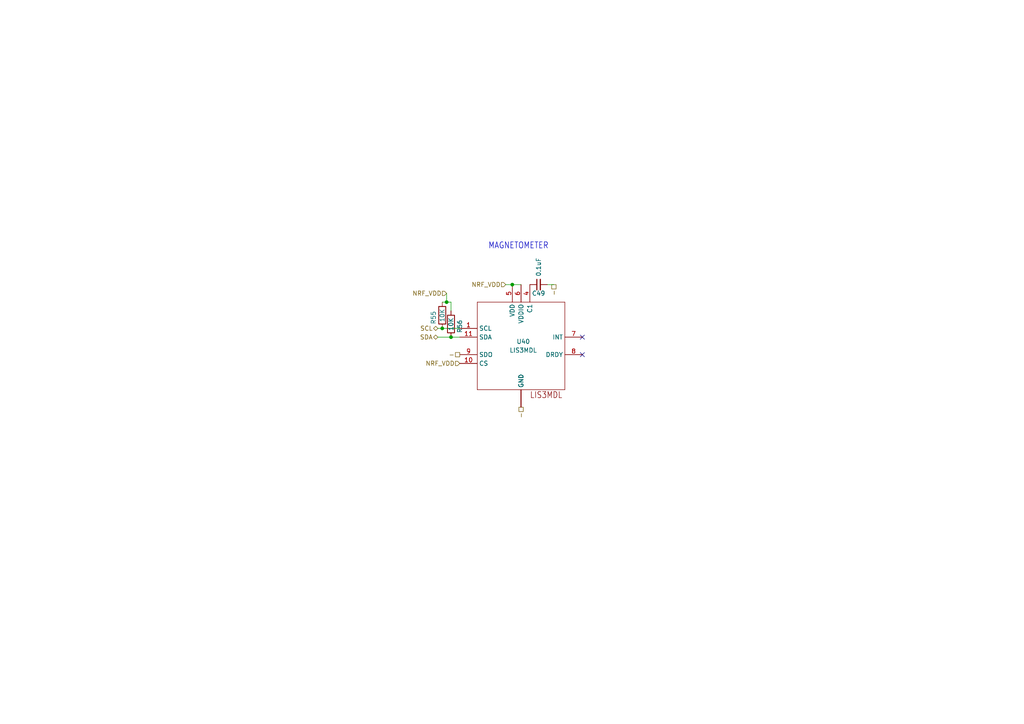
<source format=kicad_sch>
(kicad_sch (version 20211123) (generator eeschema)

  (uuid a4cedcb1-468f-47ab-976a-4d176dd0e868)

  (paper "A4")

  (lib_symbols
    (symbol "Device:C_Small" (pin_numbers hide) (pin_names (offset 0.254) hide) (in_bom yes) (on_board yes)
      (property "Reference" "C" (id 0) (at 0.254 1.778 0)
        (effects (font (size 1.27 1.27)) (justify left))
      )
      (property "Value" "C_Small" (id 1) (at 0.254 -2.032 0)
        (effects (font (size 1.27 1.27)) (justify left))
      )
      (property "Footprint" "" (id 2) (at 0 0 0)
        (effects (font (size 1.27 1.27)) hide)
      )
      (property "Datasheet" "~" (id 3) (at 0 0 0)
        (effects (font (size 1.27 1.27)) hide)
      )
      (property "ki_keywords" "capacitor cap" (id 4) (at 0 0 0)
        (effects (font (size 1.27 1.27)) hide)
      )
      (property "ki_description" "Unpolarized capacitor, small symbol" (id 5) (at 0 0 0)
        (effects (font (size 1.27 1.27)) hide)
      )
      (property "ki_fp_filters" "C_*" (id 6) (at 0 0 0)
        (effects (font (size 1.27 1.27)) hide)
      )
      (symbol "C_Small_0_1"
        (polyline
          (pts
            (xy -1.524 -0.508)
            (xy 1.524 -0.508)
          )
          (stroke (width 0.3302) (type default) (color 0 0 0 0))
          (fill (type none))
        )
        (polyline
          (pts
            (xy -1.524 0.508)
            (xy 1.524 0.508)
          )
          (stroke (width 0.3048) (type default) (color 0 0 0 0))
          (fill (type none))
        )
      )
      (symbol "C_Small_1_1"
        (pin passive line (at 0 2.54 270) (length 2.032)
          (name "~" (effects (font (size 1.27 1.27))))
          (number "1" (effects (font (size 1.27 1.27))))
        )
        (pin passive line (at 0 -2.54 90) (length 2.032)
          (name "~" (effects (font (size 1.27 1.27))))
          (number "2" (effects (font (size 1.27 1.27))))
        )
      )
    )
    (symbol "Device:R" (pin_numbers hide) (pin_names (offset 0)) (in_bom yes) (on_board yes)
      (property "Reference" "R" (id 0) (at 2.032 0 90)
        (effects (font (size 1.27 1.27)))
      )
      (property "Value" "R" (id 1) (at 0 0 90)
        (effects (font (size 1.27 1.27)))
      )
      (property "Footprint" "" (id 2) (at -1.778 0 90)
        (effects (font (size 1.27 1.27)) hide)
      )
      (property "Datasheet" "~" (id 3) (at 0 0 0)
        (effects (font (size 1.27 1.27)) hide)
      )
      (property "ki_keywords" "R res resistor" (id 4) (at 0 0 0)
        (effects (font (size 1.27 1.27)) hide)
      )
      (property "ki_description" "Resistor" (id 5) (at 0 0 0)
        (effects (font (size 1.27 1.27)) hide)
      )
      (property "ki_fp_filters" "R_*" (id 6) (at 0 0 0)
        (effects (font (size 1.27 1.27)) hide)
      )
      (symbol "R_0_1"
        (rectangle (start -1.016 -2.54) (end 1.016 2.54)
          (stroke (width 0.254) (type default) (color 0 0 0 0))
          (fill (type none))
        )
      )
      (symbol "R_1_1"
        (pin passive line (at 0 3.81 270) (length 1.27)
          (name "~" (effects (font (size 1.27 1.27))))
          (number "1" (effects (font (size 1.27 1.27))))
        )
        (pin passive line (at 0 -3.81 90) (length 1.27)
          (name "~" (effects (font (size 1.27 1.27))))
          (number "2" (effects (font (size 1.27 1.27))))
        )
      )
    )
    (symbol "Library:LIS3MDL" (in_bom yes) (on_board yes)
      (property "Reference" "U" (id 0) (at 0 -1.27 0)
        (effects (font (size 1.27 1.27)))
      )
      (property "Value" "LIS3MDL" (id 1) (at 0 1.27 0)
        (effects (font (size 1.27 1.27)))
      )
      (property "Footprint" "Package_LGA:LGA-12_2x2mm_P0.5mm" (id 2) (at 0 0 0)
        (effects (font (size 1.27 1.27)) hide)
      )
      (property "Datasheet" "" (id 3) (at 0 0 0)
        (effects (font (size 1.27 1.27)) hide)
      )
      (symbol "LIS3MDL_1_0"
        (polyline
          (pts
            (xy -12.7 -12.7)
            (xy 12.7 -12.7)
          )
          (stroke (width 0.1524) (type default) (color 0 0 0 0))
          (fill (type none))
        )
        (polyline
          (pts
            (xy -12.7 12.7)
            (xy -12.7 -12.7)
          )
          (stroke (width 0.1524) (type default) (color 0 0 0 0))
          (fill (type none))
        )
        (polyline
          (pts
            (xy 12.7 -12.7)
            (xy 12.7 12.7)
          )
          (stroke (width 0.1524) (type default) (color 0 0 0 0))
          (fill (type none))
        )
        (polyline
          (pts
            (xy 12.7 12.7)
            (xy -12.7 12.7)
          )
          (stroke (width 0.1524) (type default) (color 0 0 0 0))
          (fill (type none))
        )
        (text "LIS3MDL" (at 2.54 -15.24 0)
          (effects (font (size 1.778 1.5113)) (justify left bottom))
        )
        (pin input line (at -17.78 5.08 0) (length 5.08)
          (name "SCL" (effects (font (size 1.27 1.27))))
          (number "1" (effects (font (size 1.27 1.27))))
        )
        (pin input line (at -17.78 -5.08 0) (length 5.08)
          (name "CS" (effects (font (size 1.27 1.27))))
          (number "10" (effects (font (size 1.27 1.27))))
        )
        (pin bidirectional line (at -17.78 2.54 0) (length 5.08)
          (name "SDA" (effects (font (size 1.27 1.27))))
          (number "11" (effects (font (size 1.27 1.27))))
        )
        (pin power_in line (at 0 -17.78 90) (length 5.08)
          (name "GND" (effects (font (size 1.27 1.27))))
          (number "12" (effects (font (size 0 0))))
        )
        (pin power_in line (at 0 -17.78 90) (length 5.08)
          (name "GND" (effects (font (size 1.27 1.27))))
          (number "2" (effects (font (size 0 0))))
        )
        (pin power_in line (at 0 -17.78 90) (length 5.08)
          (name "GND" (effects (font (size 1.27 1.27))))
          (number "3" (effects (font (size 0 0))))
        )
        (pin input line (at 2.54 17.78 270) (length 5.08)
          (name "C1" (effects (font (size 1.27 1.27))))
          (number "4" (effects (font (size 1.27 1.27))))
        )
        (pin power_in line (at -2.54 17.78 270) (length 5.08)
          (name "VDD" (effects (font (size 1.27 1.27))))
          (number "5" (effects (font (size 1.27 1.27))))
        )
        (pin power_in line (at 0 17.78 270) (length 5.08)
          (name "VDDIO" (effects (font (size 1.27 1.27))))
          (number "6" (effects (font (size 1.27 1.27))))
        )
        (pin output line (at 17.78 2.54 180) (length 5.08)
          (name "INT" (effects (font (size 1.27 1.27))))
          (number "7" (effects (font (size 1.27 1.27))))
        )
        (pin output line (at 17.78 -2.54 180) (length 5.08)
          (name "DRDY" (effects (font (size 1.27 1.27))))
          (number "8" (effects (font (size 1.27 1.27))))
        )
        (pin bidirectional line (at -17.78 -2.54 0) (length 5.08)
          (name "SDO" (effects (font (size 1.27 1.27))))
          (number "9" (effects (font (size 1.27 1.27))))
        )
      )
    )
  )

  (junction (at 130.81 97.79) (diameter 0) (color 0 0 0 0)
    (uuid 68891c5e-076a-4f0f-babc-4031629c0c55)
  )
  (junction (at 148.59 82.55) (diameter 0) (color 0 0 0 0)
    (uuid ae89c7a5-69d8-42ca-8d07-25a2ca37df28)
  )
  (junction (at 129.54 87.63) (diameter 0) (color 0 0 0 0)
    (uuid e2d3b170-efdc-48c7-aded-8513fb4dad31)
  )
  (junction (at 128.27 95.25) (diameter 0) (color 0 0 0 0)
    (uuid fa8d7708-9bd3-43ef-9cae-5b755ac25c60)
  )

  (no_connect (at 168.91 102.87) (uuid 8d8a7282-a8bd-4705-848d-5e5d236abe8f))
  (no_connect (at 168.91 97.79) (uuid 8d8a7282-a8bd-4705-848d-5e5d236abe90))

  (wire (pts (xy 128.27 95.25) (xy 133.35 95.25))
    (stroke (width 0) (type default) (color 0 0 0 0))
    (uuid 04532a36-f880-4d07-ab34-73b496fdeedf)
  )
  (wire (pts (xy 129.54 87.63) (xy 128.27 87.63))
    (stroke (width 0) (type default) (color 0 0 0 0))
    (uuid 128f8a48-582c-4590-94ec-cfb91c0ee414)
  )
  (wire (pts (xy 148.59 82.55) (xy 151.13 82.55))
    (stroke (width 0) (type default) (color 0 0 0 0))
    (uuid 1d751d4d-bf0e-4a4a-b43b-38b6bd6e9984)
  )
  (wire (pts (xy 130.81 90.17) (xy 130.81 87.63))
    (stroke (width 0) (type default) (color 0 0 0 0))
    (uuid 3f08b86b-3b1e-4638-9bd2-629b3475c02f)
  )
  (wire (pts (xy 127 97.79) (xy 130.81 97.79))
    (stroke (width 0) (type default) (color 0 0 0 0))
    (uuid 55ac9f22-31f6-4a85-8b0d-be065f0a5c02)
  )
  (wire (pts (xy 130.81 97.79) (xy 133.35 97.79))
    (stroke (width 0) (type default) (color 0 0 0 0))
    (uuid 5afe2f19-73f5-43b7-b98f-76da699d77d1)
  )
  (wire (pts (xy 129.54 85.09) (xy 129.54 87.63))
    (stroke (width 0) (type default) (color 0 0 0 0))
    (uuid 7e783251-7519-4751-96b7-3a7c1dc06a67)
  )
  (wire (pts (xy 130.81 87.63) (xy 129.54 87.63))
    (stroke (width 0) (type default) (color 0 0 0 0))
    (uuid 92140cda-e6ad-4d3f-af9e-09eafc3478c5)
  )
  (wire (pts (xy 127 95.25) (xy 128.27 95.25))
    (stroke (width 0) (type default) (color 0 0 0 0))
    (uuid c4dfdd1b-c3c5-490a-98a8-2ed3079808cf)
  )
  (wire (pts (xy 160.655 82.55) (xy 158.75 82.55))
    (stroke (width 0) (type default) (color 0 0 0 0))
    (uuid ce0ea1b9-0343-4908-967d-2fcdd758053e)
  )
  (wire (pts (xy 146.685 82.55) (xy 148.59 82.55))
    (stroke (width 0) (type default) (color 0 0 0 0))
    (uuid df83810f-0883-4bbe-bd75-090b5246e3dd)
  )

  (text "MAGNETOMETER" (at 141.605 72.39 180)
    (effects (font (size 1.778 1.5113)) (justify left bottom))
    (uuid cbf1d73b-8df0-430a-9d2f-7867b474e294)
  )

  (hierarchical_label "-" (shape passive) (at 133.35 102.87 180)
    (effects (font (size 1.27 1.27)) (justify right))
    (uuid 069e0372-3e41-4526-84c2-fb6bb4a5e8e6)
  )
  (hierarchical_label "SDA" (shape bidirectional) (at 127 97.79 180)
    (effects (font (size 1.27 1.27)) (justify right))
    (uuid 12c9cae2-2f94-49a5-a9ef-ebb2d1532cb5)
  )
  (hierarchical_label "NRF_VDD" (shape input) (at 133.35 105.41 180)
    (effects (font (size 1.27 1.27)) (justify right))
    (uuid 4e562aa5-5c90-4bcb-9be0-40d53b86b30a)
  )
  (hierarchical_label "NRF_VDD" (shape input) (at 146.685 82.55 180)
    (effects (font (size 1.27 1.27)) (justify right))
    (uuid 944b94f4-3e5d-4f13-8957-af2ce6addaef)
  )
  (hierarchical_label "-" (shape passive) (at 160.655 82.55 270)
    (effects (font (size 1.27 1.27)) (justify right))
    (uuid a61b006c-0126-430f-b5b7-5a9ccf253f52)
  )
  (hierarchical_label "SCL" (shape bidirectional) (at 127 95.25 180)
    (effects (font (size 1.27 1.27)) (justify right))
    (uuid aae602a5-46b4-485f-9a3f-ad2c2beb73c2)
  )
  (hierarchical_label "-" (shape passive) (at 151.13 118.11 270)
    (effects (font (size 1.27 1.27)) (justify right))
    (uuid e515110f-7138-4e0c-a23e-8fbf73aca542)
  )
  (hierarchical_label "NRF_VDD" (shape input) (at 129.54 85.09 180)
    (effects (font (size 1.27 1.27)) (justify right))
    (uuid f7d52c1e-c10a-4a3f-9851-26d192c98c74)
  )

  (symbol (lib_id "Device:R") (at 130.81 93.98 180) (unit 1)
    (in_bom yes) (on_board yes)
    (uuid 3d073cdb-7a7b-4582-8bbd-63769dd95477)
    (property "Reference" "R56" (id 0) (at 133.35 92.71 90)
      (effects (font (size 1.27 1.27)) (justify left))
    )
    (property "Value" "10K" (id 1) (at 130.81 92.075 90)
      (effects (font (size 1.27 1.27)) (justify left))
    )
    (property "Footprint" "Resistor_SMD:R_0402_1005Metric" (id 2) (at 132.588 93.98 90)
      (effects (font (size 1.27 1.27)) hide)
    )
    (property "Datasheet" "~" (id 3) (at 130.81 93.98 0)
      (effects (font (size 1.27 1.27)) hide)
    )
    (pin "1" (uuid b7c4c607-dc92-400b-a016-6f6510cae833))
    (pin "2" (uuid e54a1276-ab23-4ba5-aab3-98e72ba50d9b))
  )

  (symbol (lib_id "Device:C_Small") (at 156.21 82.55 90) (unit 1)
    (in_bom yes) (on_board yes)
    (uuid 6c46da0d-73fc-4b62-b366-fe412cb316fc)
    (property "Reference" "C49" (id 0) (at 156.21 85.09 90))
    (property "Value" "0.1uF" (id 1) (at 156.21 77.47 0))
    (property "Footprint" "Capacitor_SMD:C_0402_1005Metric" (id 2) (at 156.21 82.55 0)
      (effects (font (size 1.27 1.27)) hide)
    )
    (property "Datasheet" "~" (id 3) (at 156.21 82.55 0)
      (effects (font (size 1.27 1.27)) hide)
    )
    (pin "1" (uuid 55d15132-1f3a-42bc-b670-a65745419c1c))
    (pin "2" (uuid 97f4f0d1-c6ef-4713-ae43-c325df525d3e))
  )

  (symbol (lib_id "Device:R") (at 128.27 91.44 180) (unit 1)
    (in_bom yes) (on_board yes)
    (uuid b0e1720f-c554-4861-bc29-2c3ba830016b)
    (property "Reference" "R55" (id 0) (at 125.73 90.17 90)
      (effects (font (size 1.27 1.27)) (justify left))
    )
    (property "Value" "10K" (id 1) (at 128.27 89.535 90)
      (effects (font (size 1.27 1.27)) (justify left))
    )
    (property "Footprint" "Resistor_SMD:R_0402_1005Metric" (id 2) (at 130.048 91.44 90)
      (effects (font (size 1.27 1.27)) hide)
    )
    (property "Datasheet" "~" (id 3) (at 128.27 91.44 0)
      (effects (font (size 1.27 1.27)) hide)
    )
    (pin "1" (uuid 5f479e68-f902-4bf5-8fbc-6f9a9c820cb7))
    (pin "2" (uuid 4e4d1ce7-720c-41a4-8cba-3d129958e263))
  )

  (symbol (lib_id "Library:LIS3MDL") (at 151.13 100.33 0) (unit 1)
    (in_bom yes) (on_board yes)
    (uuid bd739c0b-aa00-4f40-bc15-57f3253893b3)
    (property "Reference" "U40" (id 0) (at 151.765 99.06 0))
    (property "Value" "LIS3MDL" (id 1) (at 151.765 101.6 0))
    (property "Footprint" "Package_LGA:LGA-12_2x2mm_P0.5mm" (id 2) (at 151.13 100.33 0)
      (effects (font (size 1.27 1.27)) hide)
    )
    (property "Datasheet" "" (id 3) (at 151.13 100.33 0)
      (effects (font (size 1.27 1.27)) hide)
    )
    (pin "1" (uuid cfaf1412-32ee-47d2-862e-8f1007d3f905))
    (pin "10" (uuid 89eec202-97c1-4ff6-9501-f570d69f892b))
    (pin "11" (uuid f89384fc-3813-4ce2-ac69-945f8b735005))
    (pin "12" (uuid fd92481e-5786-45c4-bcdd-222d2536ad60))
    (pin "2" (uuid b6cc0a1f-95e8-42cd-b1b1-7f440d0f95e3))
    (pin "3" (uuid cfa21f7a-cd22-4848-a569-2ae3aa6063bb))
    (pin "4" (uuid bc881159-0397-4e7c-96e5-52dd7bfbca3d))
    (pin "5" (uuid 46d48f2e-d037-455a-b355-57ba6bc9649f))
    (pin "6" (uuid ed10e7a1-b47e-4ce4-83aa-6512020e7dc6))
    (pin "7" (uuid 2ed4d32f-8f7e-4eee-943c-7c97d0b76234))
    (pin "8" (uuid ab40b525-f0d8-43f5-8d06-19c09d2d9da6))
    (pin "9" (uuid fbcbd21b-8472-45fb-bdde-04c0301a2d51))
  )
)

</source>
